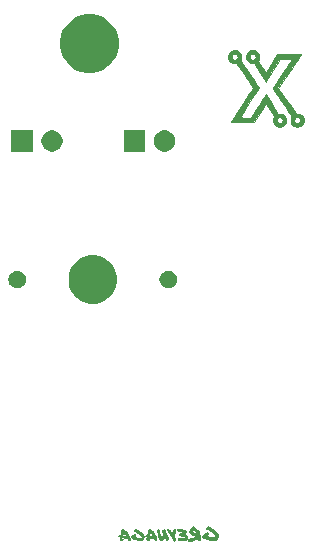
<source format=gbr>
G04 #@! TF.GenerationSoftware,KiCad,Pcbnew,5.1.4-e60b266~84~ubuntu18.04.1*
G04 #@! TF.CreationDate,2019-09-25T11:08:30-06:00*
G04 #@! TF.ProjectId,001,3030312e-6b69-4636-9164-5f7063625858,1*
G04 #@! TF.SameCoordinates,Original*
G04 #@! TF.FileFunction,Soldermask,Bot*
G04 #@! TF.FilePolarity,Negative*
%FSLAX46Y46*%
G04 Gerber Fmt 4.6, Leading zero omitted, Abs format (unit mm)*
G04 Created by KiCad (PCBNEW 5.1.4-e60b266~84~ubuntu18.04.1) date 2019-09-25 11:08:30*
%MOMM*%
%LPD*%
G04 APERTURE LIST*
%ADD10C,0.010000*%
%ADD11C,0.152400*%
G04 APERTURE END LIST*
D10*
G36*
X151104201Y-82486220D02*
G01*
X151232718Y-82532549D01*
X151347497Y-82609712D01*
X151442009Y-82716304D01*
X151504182Y-82835812D01*
X151530092Y-82948746D01*
X151532519Y-83076415D01*
X151512434Y-83200427D01*
X151480463Y-83285307D01*
X151436518Y-83369619D01*
X151753899Y-83873771D01*
X151849939Y-84025463D01*
X151926420Y-84144054D01*
X151985621Y-84232706D01*
X152029822Y-84294585D01*
X152061302Y-84332855D01*
X152082339Y-84350678D01*
X152095214Y-84351221D01*
X152096787Y-84349787D01*
X152113113Y-84326173D01*
X152149129Y-84270438D01*
X152202361Y-84186525D01*
X152270334Y-84078379D01*
X152350572Y-83949944D01*
X152440599Y-83805166D01*
X152537941Y-83647987D01*
X152582692Y-83575525D01*
X153043090Y-82829400D01*
X154057162Y-82829400D01*
X154259830Y-82829619D01*
X154448997Y-82830248D01*
X154620568Y-82831242D01*
X154770450Y-82832557D01*
X154894547Y-82834151D01*
X154988767Y-82835979D01*
X155049014Y-82837996D01*
X155071196Y-82840160D01*
X155071233Y-82840254D01*
X155059697Y-82859078D01*
X155026259Y-82910378D01*
X154972675Y-82991526D01*
X154900700Y-83099892D01*
X154812090Y-83232847D01*
X154708600Y-83387761D01*
X154591987Y-83562005D01*
X154464004Y-83752950D01*
X154326409Y-83957966D01*
X154180957Y-84174424D01*
X154108700Y-84281861D01*
X153146167Y-85712612D01*
X153280774Y-85906131D01*
X153320059Y-85962815D01*
X153380306Y-86050018D01*
X153458505Y-86163371D01*
X153551643Y-86298503D01*
X153656709Y-86451042D01*
X153770693Y-86616619D01*
X153890581Y-86790862D01*
X154012045Y-86967483D01*
X154608710Y-87835317D01*
X154771222Y-87847933D01*
X154896329Y-87864284D01*
X154993918Y-87895017D01*
X155077957Y-87946082D01*
X155147427Y-88008171D01*
X155234414Y-88117401D01*
X155285032Y-88238440D01*
X155302994Y-88380539D01*
X155303137Y-88396233D01*
X155283786Y-88552170D01*
X155227586Y-88691096D01*
X155137317Y-88808344D01*
X155015759Y-88899245D01*
X154997772Y-88908900D01*
X154904220Y-88941269D01*
X154790107Y-88958272D01*
X154674865Y-88958419D01*
X154580006Y-88940922D01*
X154442880Y-88874681D01*
X154332481Y-88779437D01*
X154251747Y-88661204D01*
X154203615Y-88525994D01*
X154191023Y-88379821D01*
X154193260Y-88366758D01*
X154504200Y-88366758D01*
X154508750Y-88462092D01*
X154531749Y-88523748D01*
X154590041Y-88594534D01*
X154670099Y-88637113D01*
X154760184Y-88649155D01*
X154848559Y-88628329D01*
X154898863Y-88596624D01*
X154963879Y-88519824D01*
X154993713Y-88435406D01*
X154992079Y-88350695D01*
X154962690Y-88273016D01*
X154909259Y-88209693D01*
X154835499Y-88168050D01*
X154745123Y-88155412D01*
X154680498Y-88165867D01*
X154593912Y-88209412D01*
X154533867Y-88279453D01*
X154504200Y-88366758D01*
X154193260Y-88366758D01*
X154216909Y-88228699D01*
X154222932Y-88209952D01*
X154243852Y-88138226D01*
X154254519Y-88080777D01*
X154252909Y-88051202D01*
X154238592Y-88029808D01*
X154202311Y-87976497D01*
X154146092Y-87894227D01*
X154071966Y-87785958D01*
X153981961Y-87654649D01*
X153878105Y-87503260D01*
X153762429Y-87334750D01*
X153636959Y-87152078D01*
X153503726Y-86958203D01*
X153446634Y-86875155D01*
X153306346Y-86670433D01*
X153175250Y-86477806D01*
X153055158Y-86300012D01*
X152947879Y-86139789D01*
X152855225Y-85999876D01*
X152779005Y-85883011D01*
X152721029Y-85791933D01*
X152683108Y-85729382D01*
X152667053Y-85698094D01*
X152666710Y-85695339D01*
X152680158Y-85673257D01*
X152715334Y-85619028D01*
X152770280Y-85535590D01*
X152843036Y-85425883D01*
X152931644Y-85292845D01*
X153034145Y-85139414D01*
X153148579Y-84968529D01*
X153272988Y-84783129D01*
X153405412Y-84586153D01*
X153482982Y-84470932D01*
X153618691Y-84269289D01*
X153747214Y-84078006D01*
X153866628Y-83899963D01*
X153975011Y-83738043D01*
X154070438Y-83595128D01*
X154150988Y-83474100D01*
X154214738Y-83377842D01*
X154259764Y-83309235D01*
X154284144Y-83271162D01*
X154288067Y-83264205D01*
X154267859Y-83261060D01*
X154211074Y-83258320D01*
X154123466Y-83256103D01*
X154010788Y-83254527D01*
X153878795Y-83253710D01*
X153774775Y-83253660D01*
X153261483Y-83254586D01*
X152680030Y-84197208D01*
X152568304Y-84378092D01*
X152463148Y-84547876D01*
X152366672Y-84703185D01*
X152280987Y-84840641D01*
X152208204Y-84956870D01*
X152150435Y-85048495D01*
X152109789Y-85112139D01*
X152088378Y-85144426D01*
X152085689Y-85147795D01*
X152072099Y-85132152D01*
X152038430Y-85084194D01*
X151987029Y-85007513D01*
X151920238Y-84905702D01*
X151840403Y-84782353D01*
X151749868Y-84641058D01*
X151650977Y-84485410D01*
X151580393Y-84373580D01*
X151087984Y-83591400D01*
X150968233Y-83591193D01*
X150823339Y-83572316D01*
X150696877Y-83520077D01*
X150591184Y-83440264D01*
X150508597Y-83338669D01*
X150451451Y-83221084D01*
X150422085Y-83093297D01*
X150422154Y-83081085D01*
X150734658Y-83081085D01*
X150745964Y-83129165D01*
X150776951Y-83175687D01*
X150784461Y-83184753D01*
X150846817Y-83238619D01*
X150920449Y-83273395D01*
X150989694Y-83282441D01*
X151007233Y-83279156D01*
X151050387Y-83265022D01*
X151096160Y-83248609D01*
X151165394Y-83202034D01*
X151211064Y-83129561D01*
X151228572Y-83043138D01*
X151213321Y-82954714D01*
X151211240Y-82949549D01*
X151156359Y-82864538D01*
X151080504Y-82808961D01*
X150992847Y-82785198D01*
X150902558Y-82795630D01*
X150818809Y-82842636D01*
X150814348Y-82846532D01*
X150769501Y-82896233D01*
X150746256Y-82953623D01*
X150737653Y-83011535D01*
X150734658Y-83081085D01*
X150422154Y-83081085D01*
X150422833Y-82961100D01*
X150456032Y-82830284D01*
X150524020Y-82706639D01*
X150583383Y-82637401D01*
X150701538Y-82546317D01*
X150832080Y-82491697D01*
X150968478Y-82472134D01*
X151104201Y-82486220D01*
X151104201Y-82486220D01*
G37*
X151104201Y-82486220D02*
X151232718Y-82532549D01*
X151347497Y-82609712D01*
X151442009Y-82716304D01*
X151504182Y-82835812D01*
X151530092Y-82948746D01*
X151532519Y-83076415D01*
X151512434Y-83200427D01*
X151480463Y-83285307D01*
X151436518Y-83369619D01*
X151753899Y-83873771D01*
X151849939Y-84025463D01*
X151926420Y-84144054D01*
X151985621Y-84232706D01*
X152029822Y-84294585D01*
X152061302Y-84332855D01*
X152082339Y-84350678D01*
X152095214Y-84351221D01*
X152096787Y-84349787D01*
X152113113Y-84326173D01*
X152149129Y-84270438D01*
X152202361Y-84186525D01*
X152270334Y-84078379D01*
X152350572Y-83949944D01*
X152440599Y-83805166D01*
X152537941Y-83647987D01*
X152582692Y-83575525D01*
X153043090Y-82829400D01*
X154057162Y-82829400D01*
X154259830Y-82829619D01*
X154448997Y-82830248D01*
X154620568Y-82831242D01*
X154770450Y-82832557D01*
X154894547Y-82834151D01*
X154988767Y-82835979D01*
X155049014Y-82837996D01*
X155071196Y-82840160D01*
X155071233Y-82840254D01*
X155059697Y-82859078D01*
X155026259Y-82910378D01*
X154972675Y-82991526D01*
X154900700Y-83099892D01*
X154812090Y-83232847D01*
X154708600Y-83387761D01*
X154591987Y-83562005D01*
X154464004Y-83752950D01*
X154326409Y-83957966D01*
X154180957Y-84174424D01*
X154108700Y-84281861D01*
X153146167Y-85712612D01*
X153280774Y-85906131D01*
X153320059Y-85962815D01*
X153380306Y-86050018D01*
X153458505Y-86163371D01*
X153551643Y-86298503D01*
X153656709Y-86451042D01*
X153770693Y-86616619D01*
X153890581Y-86790862D01*
X154012045Y-86967483D01*
X154608710Y-87835317D01*
X154771222Y-87847933D01*
X154896329Y-87864284D01*
X154993918Y-87895017D01*
X155077957Y-87946082D01*
X155147427Y-88008171D01*
X155234414Y-88117401D01*
X155285032Y-88238440D01*
X155302994Y-88380539D01*
X155303137Y-88396233D01*
X155283786Y-88552170D01*
X155227586Y-88691096D01*
X155137317Y-88808344D01*
X155015759Y-88899245D01*
X154997772Y-88908900D01*
X154904220Y-88941269D01*
X154790107Y-88958272D01*
X154674865Y-88958419D01*
X154580006Y-88940922D01*
X154442880Y-88874681D01*
X154332481Y-88779437D01*
X154251747Y-88661204D01*
X154203615Y-88525994D01*
X154191023Y-88379821D01*
X154193260Y-88366758D01*
X154504200Y-88366758D01*
X154508750Y-88462092D01*
X154531749Y-88523748D01*
X154590041Y-88594534D01*
X154670099Y-88637113D01*
X154760184Y-88649155D01*
X154848559Y-88628329D01*
X154898863Y-88596624D01*
X154963879Y-88519824D01*
X154993713Y-88435406D01*
X154992079Y-88350695D01*
X154962690Y-88273016D01*
X154909259Y-88209693D01*
X154835499Y-88168050D01*
X154745123Y-88155412D01*
X154680498Y-88165867D01*
X154593912Y-88209412D01*
X154533867Y-88279453D01*
X154504200Y-88366758D01*
X154193260Y-88366758D01*
X154216909Y-88228699D01*
X154222932Y-88209952D01*
X154243852Y-88138226D01*
X154254519Y-88080777D01*
X154252909Y-88051202D01*
X154238592Y-88029808D01*
X154202311Y-87976497D01*
X154146092Y-87894227D01*
X154071966Y-87785958D01*
X153981961Y-87654649D01*
X153878105Y-87503260D01*
X153762429Y-87334750D01*
X153636959Y-87152078D01*
X153503726Y-86958203D01*
X153446634Y-86875155D01*
X153306346Y-86670433D01*
X153175250Y-86477806D01*
X153055158Y-86300012D01*
X152947879Y-86139789D01*
X152855225Y-85999876D01*
X152779005Y-85883011D01*
X152721029Y-85791933D01*
X152683108Y-85729382D01*
X152667053Y-85698094D01*
X152666710Y-85695339D01*
X152680158Y-85673257D01*
X152715334Y-85619028D01*
X152770280Y-85535590D01*
X152843036Y-85425883D01*
X152931644Y-85292845D01*
X153034145Y-85139414D01*
X153148579Y-84968529D01*
X153272988Y-84783129D01*
X153405412Y-84586153D01*
X153482982Y-84470932D01*
X153618691Y-84269289D01*
X153747214Y-84078006D01*
X153866628Y-83899963D01*
X153975011Y-83738043D01*
X154070438Y-83595128D01*
X154150988Y-83474100D01*
X154214738Y-83377842D01*
X154259764Y-83309235D01*
X154284144Y-83271162D01*
X154288067Y-83264205D01*
X154267859Y-83261060D01*
X154211074Y-83258320D01*
X154123466Y-83256103D01*
X154010788Y-83254527D01*
X153878795Y-83253710D01*
X153774775Y-83253660D01*
X153261483Y-83254586D01*
X152680030Y-84197208D01*
X152568304Y-84378092D01*
X152463148Y-84547876D01*
X152366672Y-84703185D01*
X152280987Y-84840641D01*
X152208204Y-84956870D01*
X152150435Y-85048495D01*
X152109789Y-85112139D01*
X152088378Y-85144426D01*
X152085689Y-85147795D01*
X152072099Y-85132152D01*
X152038430Y-85084194D01*
X151987029Y-85007513D01*
X151920238Y-84905702D01*
X151840403Y-84782353D01*
X151749868Y-84641058D01*
X151650977Y-84485410D01*
X151580393Y-84373580D01*
X151087984Y-83591400D01*
X150968233Y-83591193D01*
X150823339Y-83572316D01*
X150696877Y-83520077D01*
X150591184Y-83440264D01*
X150508597Y-83338669D01*
X150451451Y-83221084D01*
X150422085Y-83093297D01*
X150422154Y-83081085D01*
X150734658Y-83081085D01*
X150745964Y-83129165D01*
X150776951Y-83175687D01*
X150784461Y-83184753D01*
X150846817Y-83238619D01*
X150920449Y-83273395D01*
X150989694Y-83282441D01*
X151007233Y-83279156D01*
X151050387Y-83265022D01*
X151096160Y-83248609D01*
X151165394Y-83202034D01*
X151211064Y-83129561D01*
X151228572Y-83043138D01*
X151213321Y-82954714D01*
X151211240Y-82949549D01*
X151156359Y-82864538D01*
X151080504Y-82808961D01*
X150992847Y-82785198D01*
X150902558Y-82795630D01*
X150818809Y-82842636D01*
X150814348Y-82846532D01*
X150769501Y-82896233D01*
X150746256Y-82953623D01*
X150737653Y-83011535D01*
X150734658Y-83081085D01*
X150422154Y-83081085D01*
X150422833Y-82961100D01*
X150456032Y-82830284D01*
X150524020Y-82706639D01*
X150583383Y-82637401D01*
X150701538Y-82546317D01*
X150832080Y-82491697D01*
X150968478Y-82472134D01*
X151104201Y-82486220D01*
G36*
X149613695Y-82497401D02*
G01*
X149744544Y-82556021D01*
X149859153Y-82649435D01*
X149943629Y-82762166D01*
X149974187Y-82820115D01*
X149991839Y-82874535D01*
X149999932Y-82940866D01*
X150001817Y-83030483D01*
X149997184Y-83144548D01*
X149982120Y-83228329D01*
X149963044Y-83277756D01*
X149924272Y-83355696D01*
X150712697Y-84492438D01*
X150848401Y-84688477D01*
X150976717Y-84874586D01*
X151095638Y-85047804D01*
X151203155Y-85205173D01*
X151297262Y-85343731D01*
X151375949Y-85460519D01*
X151437209Y-85552575D01*
X151479034Y-85616941D01*
X151499417Y-85650655D01*
X151501122Y-85654802D01*
X151489805Y-85676395D01*
X151457109Y-85730422D01*
X151404914Y-85813951D01*
X151335102Y-85924046D01*
X151249555Y-86057773D01*
X151150153Y-86212197D01*
X151038777Y-86384384D01*
X150917310Y-86571400D01*
X150787632Y-86770309D01*
X150704364Y-86897659D01*
X150570219Y-87102803D01*
X150442782Y-87298085D01*
X150323974Y-87480539D01*
X150215715Y-87647196D01*
X150119923Y-87795092D01*
X150038518Y-87921258D01*
X149973419Y-88022730D01*
X149926547Y-88096540D01*
X149899820Y-88139721D01*
X149894239Y-88149730D01*
X149893081Y-88160929D01*
X149902564Y-88169452D01*
X149927552Y-88175658D01*
X149972906Y-88179908D01*
X150043491Y-88182560D01*
X150144170Y-88183976D01*
X150279806Y-88184514D01*
X150365147Y-88184567D01*
X150849422Y-88184567D01*
X151445940Y-87226775D01*
X151560181Y-87043470D01*
X151668300Y-86870232D01*
X151768116Y-86710538D01*
X151857448Y-86567865D01*
X151934116Y-86445692D01*
X151995938Y-86347495D01*
X152040733Y-86276752D01*
X152066322Y-86236941D01*
X152070952Y-86230097D01*
X152079320Y-86223608D01*
X152091173Y-86225911D01*
X152108495Y-86239826D01*
X152133269Y-86268174D01*
X152167479Y-86313776D01*
X152213107Y-86379453D01*
X152272137Y-86468026D01*
X152346553Y-86582315D01*
X152438337Y-86725142D01*
X152549474Y-86899328D01*
X152625311Y-87018555D01*
X153151174Y-87845900D01*
X153269829Y-87846365D01*
X153417199Y-87866707D01*
X153549211Y-87923301D01*
X153660643Y-88011294D01*
X153746277Y-88125836D01*
X153800895Y-88262078D01*
X153816839Y-88354730D01*
X153810996Y-88502768D01*
X153769201Y-88637325D01*
X153696786Y-88754288D01*
X153599083Y-88849541D01*
X153481423Y-88918972D01*
X153349139Y-88958466D01*
X153207562Y-88963909D01*
X153067263Y-88933072D01*
X152956796Y-88875087D01*
X152854335Y-88787412D01*
X152772899Y-88682392D01*
X152743670Y-88626165D01*
X152709529Y-88502770D01*
X152705513Y-88418465D01*
X153018067Y-88418465D01*
X153024350Y-88481359D01*
X153049106Y-88531887D01*
X153092676Y-88580909D01*
X153140292Y-88624887D01*
X153179825Y-88645273D01*
X153230226Y-88648672D01*
X153276627Y-88645012D01*
X153352189Y-88632377D01*
X153404700Y-88606633D01*
X153445434Y-88567952D01*
X153493084Y-88486016D01*
X153506730Y-88393316D01*
X153485790Y-88303097D01*
X153459013Y-88258939D01*
X153399916Y-88204708D01*
X153326933Y-88166033D01*
X153255698Y-88149915D01*
X153222888Y-88153214D01*
X153121873Y-88195787D01*
X153056492Y-88259386D01*
X153023570Y-88348120D01*
X153018067Y-88418465D01*
X152705513Y-88418465D01*
X152703076Y-88367337D01*
X152723871Y-88236330D01*
X152756391Y-88152203D01*
X152800844Y-88066922D01*
X152459664Y-87529763D01*
X152373542Y-87395019D01*
X152294213Y-87272520D01*
X152224613Y-87166672D01*
X152167675Y-87081878D01*
X152126335Y-87022544D01*
X152103529Y-86993075D01*
X152100429Y-86990626D01*
X152085855Y-87007614D01*
X152051356Y-87057019D01*
X151999259Y-87135247D01*
X151931890Y-87238702D01*
X151851577Y-87363790D01*
X151760646Y-87506915D01*
X151661425Y-87664482D01*
X151581091Y-87792983D01*
X151079808Y-88597317D01*
X150163310Y-88588985D01*
X149968173Y-88586933D01*
X149784426Y-88584467D01*
X149616766Y-88581691D01*
X149469887Y-88578704D01*
X149348487Y-88575609D01*
X149257261Y-88572508D01*
X149200906Y-88569503D01*
X149185929Y-88567818D01*
X149125045Y-88554983D01*
X150066139Y-87116488D01*
X150211712Y-86893764D01*
X150350398Y-86681164D01*
X150480472Y-86481360D01*
X150600205Y-86297023D01*
X150707873Y-86130825D01*
X150801749Y-85985437D01*
X150880105Y-85863529D01*
X150941216Y-85767774D01*
X150983355Y-85700842D01*
X151004796Y-85665404D01*
X151007233Y-85660412D01*
X150995499Y-85640292D01*
X150961707Y-85588520D01*
X150907968Y-85508196D01*
X150836395Y-85402422D01*
X150749100Y-85274300D01*
X150648197Y-85126931D01*
X150535797Y-84963417D01*
X150414014Y-84786859D01*
X150298219Y-84619493D01*
X149589204Y-83596155D01*
X149454706Y-83595380D01*
X149324031Y-83583926D01*
X149215509Y-83547269D01*
X149113572Y-83479425D01*
X149081871Y-83452025D01*
X148981936Y-83337752D01*
X148920354Y-83208091D01*
X148896128Y-83082570D01*
X148897637Y-83042331D01*
X149207517Y-83042331D01*
X149223428Y-83129560D01*
X149268822Y-83206083D01*
X149339259Y-83259659D01*
X149414135Y-83288593D01*
X149479376Y-83290108D01*
X149553670Y-83266204D01*
X149633013Y-83212218D01*
X149680593Y-83131165D01*
X149694900Y-83035938D01*
X149679075Y-82936613D01*
X149629924Y-82862029D01*
X149567666Y-82818696D01*
X149469967Y-82789326D01*
X149372780Y-82802255D01*
X149337159Y-82817735D01*
X149264334Y-82876286D01*
X149221136Y-82954529D01*
X149207517Y-83042331D01*
X148897637Y-83042331D01*
X148901883Y-82929171D01*
X148946490Y-82790041D01*
X149027679Y-82669405D01*
X149143177Y-82571488D01*
X149183905Y-82547323D01*
X149327358Y-82491350D01*
X149472627Y-82475277D01*
X149613695Y-82497401D01*
X149613695Y-82497401D01*
G37*
X149613695Y-82497401D02*
X149744544Y-82556021D01*
X149859153Y-82649435D01*
X149943629Y-82762166D01*
X149974187Y-82820115D01*
X149991839Y-82874535D01*
X149999932Y-82940866D01*
X150001817Y-83030483D01*
X149997184Y-83144548D01*
X149982120Y-83228329D01*
X149963044Y-83277756D01*
X149924272Y-83355696D01*
X150712697Y-84492438D01*
X150848401Y-84688477D01*
X150976717Y-84874586D01*
X151095638Y-85047804D01*
X151203155Y-85205173D01*
X151297262Y-85343731D01*
X151375949Y-85460519D01*
X151437209Y-85552575D01*
X151479034Y-85616941D01*
X151499417Y-85650655D01*
X151501122Y-85654802D01*
X151489805Y-85676395D01*
X151457109Y-85730422D01*
X151404914Y-85813951D01*
X151335102Y-85924046D01*
X151249555Y-86057773D01*
X151150153Y-86212197D01*
X151038777Y-86384384D01*
X150917310Y-86571400D01*
X150787632Y-86770309D01*
X150704364Y-86897659D01*
X150570219Y-87102803D01*
X150442782Y-87298085D01*
X150323974Y-87480539D01*
X150215715Y-87647196D01*
X150119923Y-87795092D01*
X150038518Y-87921258D01*
X149973419Y-88022730D01*
X149926547Y-88096540D01*
X149899820Y-88139721D01*
X149894239Y-88149730D01*
X149893081Y-88160929D01*
X149902564Y-88169452D01*
X149927552Y-88175658D01*
X149972906Y-88179908D01*
X150043491Y-88182560D01*
X150144170Y-88183976D01*
X150279806Y-88184514D01*
X150365147Y-88184567D01*
X150849422Y-88184567D01*
X151445940Y-87226775D01*
X151560181Y-87043470D01*
X151668300Y-86870232D01*
X151768116Y-86710538D01*
X151857448Y-86567865D01*
X151934116Y-86445692D01*
X151995938Y-86347495D01*
X152040733Y-86276752D01*
X152066322Y-86236941D01*
X152070952Y-86230097D01*
X152079320Y-86223608D01*
X152091173Y-86225911D01*
X152108495Y-86239826D01*
X152133269Y-86268174D01*
X152167479Y-86313776D01*
X152213107Y-86379453D01*
X152272137Y-86468026D01*
X152346553Y-86582315D01*
X152438337Y-86725142D01*
X152549474Y-86899328D01*
X152625311Y-87018555D01*
X153151174Y-87845900D01*
X153269829Y-87846365D01*
X153417199Y-87866707D01*
X153549211Y-87923301D01*
X153660643Y-88011294D01*
X153746277Y-88125836D01*
X153800895Y-88262078D01*
X153816839Y-88354730D01*
X153810996Y-88502768D01*
X153769201Y-88637325D01*
X153696786Y-88754288D01*
X153599083Y-88849541D01*
X153481423Y-88918972D01*
X153349139Y-88958466D01*
X153207562Y-88963909D01*
X153067263Y-88933072D01*
X152956796Y-88875087D01*
X152854335Y-88787412D01*
X152772899Y-88682392D01*
X152743670Y-88626165D01*
X152709529Y-88502770D01*
X152705513Y-88418465D01*
X153018067Y-88418465D01*
X153024350Y-88481359D01*
X153049106Y-88531887D01*
X153092676Y-88580909D01*
X153140292Y-88624887D01*
X153179825Y-88645273D01*
X153230226Y-88648672D01*
X153276627Y-88645012D01*
X153352189Y-88632377D01*
X153404700Y-88606633D01*
X153445434Y-88567952D01*
X153493084Y-88486016D01*
X153506730Y-88393316D01*
X153485790Y-88303097D01*
X153459013Y-88258939D01*
X153399916Y-88204708D01*
X153326933Y-88166033D01*
X153255698Y-88149915D01*
X153222888Y-88153214D01*
X153121873Y-88195787D01*
X153056492Y-88259386D01*
X153023570Y-88348120D01*
X153018067Y-88418465D01*
X152705513Y-88418465D01*
X152703076Y-88367337D01*
X152723871Y-88236330D01*
X152756391Y-88152203D01*
X152800844Y-88066922D01*
X152459664Y-87529763D01*
X152373542Y-87395019D01*
X152294213Y-87272520D01*
X152224613Y-87166672D01*
X152167675Y-87081878D01*
X152126335Y-87022544D01*
X152103529Y-86993075D01*
X152100429Y-86990626D01*
X152085855Y-87007614D01*
X152051356Y-87057019D01*
X151999259Y-87135247D01*
X151931890Y-87238702D01*
X151851577Y-87363790D01*
X151760646Y-87506915D01*
X151661425Y-87664482D01*
X151581091Y-87792983D01*
X151079808Y-88597317D01*
X150163310Y-88588985D01*
X149968173Y-88586933D01*
X149784426Y-88584467D01*
X149616766Y-88581691D01*
X149469887Y-88578704D01*
X149348487Y-88575609D01*
X149257261Y-88572508D01*
X149200906Y-88569503D01*
X149185929Y-88567818D01*
X149125045Y-88554983D01*
X150066139Y-87116488D01*
X150211712Y-86893764D01*
X150350398Y-86681164D01*
X150480472Y-86481360D01*
X150600205Y-86297023D01*
X150707873Y-86130825D01*
X150801749Y-85985437D01*
X150880105Y-85863529D01*
X150941216Y-85767774D01*
X150983355Y-85700842D01*
X151004796Y-85665404D01*
X151007233Y-85660412D01*
X150995499Y-85640292D01*
X150961707Y-85588520D01*
X150907968Y-85508196D01*
X150836395Y-85402422D01*
X150749100Y-85274300D01*
X150648197Y-85126931D01*
X150535797Y-84963417D01*
X150414014Y-84786859D01*
X150298219Y-84619493D01*
X149589204Y-83596155D01*
X149454706Y-83595380D01*
X149324031Y-83583926D01*
X149215509Y-83547269D01*
X149113572Y-83479425D01*
X149081871Y-83452025D01*
X148981936Y-83337752D01*
X148920354Y-83208091D01*
X148896128Y-83082570D01*
X148897637Y-83042331D01*
X149207517Y-83042331D01*
X149223428Y-83129560D01*
X149268822Y-83206083D01*
X149339259Y-83259659D01*
X149414135Y-83288593D01*
X149479376Y-83290108D01*
X149553670Y-83266204D01*
X149633013Y-83212218D01*
X149680593Y-83131165D01*
X149694900Y-83035938D01*
X149679075Y-82936613D01*
X149629924Y-82862029D01*
X149567666Y-82818696D01*
X149469967Y-82789326D01*
X149372780Y-82802255D01*
X149337159Y-82817735D01*
X149264334Y-82876286D01*
X149221136Y-82954529D01*
X149207517Y-83042331D01*
X148897637Y-83042331D01*
X148901883Y-82929171D01*
X148946490Y-82790041D01*
X149027679Y-82669405D01*
X149143177Y-82571488D01*
X149183905Y-82547323D01*
X149327358Y-82491350D01*
X149472627Y-82475277D01*
X149613695Y-82497401D01*
D11*
G36*
X148139399Y-123636371D02*
G01*
X148134199Y-123601921D01*
X148132499Y-123562301D01*
X148011920Y-123352149D01*
X147848278Y-123179894D01*
X147824168Y-123155774D01*
X147805218Y-123129934D01*
X147782828Y-123109264D01*
X147751818Y-123095484D01*
X147648466Y-123004184D01*
X147522720Y-122924944D01*
X147391806Y-122847434D01*
X147271228Y-122761304D01*
X147241948Y-122769904D01*
X147217828Y-122768204D01*
X147178208Y-122814714D01*
X147126528Y-122840554D01*
X147076578Y-122871564D01*
X147040408Y-122919794D01*
X147052468Y-122928394D01*
X147047268Y-122947344D01*
X147043868Y-122966294D01*
X147059368Y-122974894D01*
X147047308Y-122986954D01*
X147035248Y-122999014D01*
X147040448Y-123016234D01*
X147040448Y-123035184D01*
X147133468Y-123088584D01*
X147240266Y-123140264D01*
X147353954Y-123200554D01*
X147467642Y-123272904D01*
X147583053Y-123364204D01*
X147693296Y-123471003D01*
X147793206Y-123586414D01*
X147872446Y-123701825D01*
X147863846Y-123717325D01*
X147853516Y-123732825D01*
X147731215Y-123732825D01*
X147617527Y-123739725D01*
X147608927Y-123725945D01*
X147598587Y-123713885D01*
X147379823Y-123675985D01*
X147173117Y-123620865D01*
X147228237Y-123601915D01*
X147228237Y-123584685D01*
X147209287Y-123567465D01*
X147255797Y-123526125D01*
X147276467Y-123458945D01*
X147264407Y-123434834D01*
X147276467Y-123412444D01*
X147286807Y-123412444D01*
X147290207Y-123419344D01*
X147293607Y-123426244D01*
X147302207Y-123426244D01*
X147293607Y-123395234D01*
X147283267Y-123365954D01*
X147140296Y-123271214D01*
X147085176Y-123307384D01*
X147016276Y-123345284D01*
X146942206Y-123384904D01*
X146871586Y-123422804D01*
X146818186Y-123457255D01*
X146775126Y-123498595D01*
X146733786Y-123539935D01*
X146683836Y-123574384D01*
X146680436Y-123619175D01*
X146677036Y-123660515D01*
X146756276Y-123760425D01*
X146861351Y-123829325D01*
X146983652Y-123879275D01*
X147118011Y-123917175D01*
X147257537Y-123955075D01*
X147393618Y-123999865D01*
X147443568Y-124001565D01*
X147483188Y-124006765D01*
X147521088Y-124013665D01*
X147562428Y-124018865D01*
X147574488Y-124022265D01*
X147581388Y-124030865D01*
X147643398Y-124036065D01*
X147689908Y-124036065D01*
X147739858Y-124042965D01*
X147788088Y-124048165D01*
X148030967Y-123937922D01*
X148127427Y-123653701D01*
X148130827Y-123643371D01*
X148139427Y-123636471D01*
X148139399Y-123636371D01*
X148139399Y-123636371D01*
G37*
G36*
X146604264Y-123904743D02*
G01*
X146180693Y-123295105D01*
X146209973Y-123374345D01*
X146058389Y-123334725D01*
X145908527Y-123272715D01*
X145953317Y-123171085D01*
X146029107Y-123117685D01*
X146029113Y-123117685D01*
X146079063Y-123177975D01*
X146134183Y-123233095D01*
X146180693Y-123295105D01*
X146604264Y-123904743D01*
X146619764Y-123892683D01*
X146635264Y-123863403D01*
X146616314Y-123863403D01*
X146623214Y-123794503D01*
X146607714Y-123732493D01*
X146593934Y-123673923D01*
X146599134Y-123613633D01*
X146587074Y-123610233D01*
X146580174Y-123586113D01*
X146578474Y-123555103D01*
X146580174Y-123527543D01*
X146545724Y-123417299D01*
X146521604Y-123305334D01*
X146499214Y-123196813D01*
X146464764Y-123096903D01*
X146414814Y-123103803D01*
X146378644Y-123126193D01*
X146283904Y-123026283D01*
X146201224Y-122912595D01*
X146104764Y-122812685D01*
X145972127Y-122761005D01*
X145879107Y-122824735D01*
X145794697Y-122907415D01*
X145768857Y-122926365D01*
X145741297Y-122943595D01*
X145741297Y-122969435D01*
X145701677Y-123022835D01*
X145672397Y-123086565D01*
X145646557Y-123153745D01*
X145618997Y-123217475D01*
X145622397Y-123236425D01*
X145618997Y-123251925D01*
X145613797Y-123269145D01*
X145612097Y-123291535D01*
X145672387Y-123439674D01*
X145799856Y-123530975D01*
X145958330Y-123591265D01*
X146111637Y-123644665D01*
X146104737Y-123651565D01*
X146099537Y-123661895D01*
X146020297Y-123711845D01*
X145966897Y-123744575D01*
X145911777Y-123765245D01*
X145827367Y-123785915D01*
X145744687Y-123806585D01*
X145689567Y-123818645D01*
X145637887Y-123825545D01*
X145563817Y-123834145D01*
X145532807Y-123878935D01*
X145515577Y-123930615D01*
X145513877Y-123980565D01*
X145527657Y-124016735D01*
X145519057Y-124023635D01*
X145501837Y-124023635D01*
X145522507Y-124044305D01*
X145539737Y-124068425D01*
X145560407Y-124090815D01*
X145587967Y-124102875D01*
X145746442Y-124104575D01*
X145992766Y-124025335D01*
X146113344Y-123975385D01*
X146194304Y-123932325D01*
X146258034Y-123885815D01*
X146325214Y-123825525D01*
X146332114Y-123832425D01*
X146337314Y-123839325D01*
X146364874Y-123951289D01*
X146416554Y-124039140D01*
X146454454Y-124044340D01*
X146476844Y-124063290D01*
X146502684Y-124061590D01*
X146518184Y-124052990D01*
X146533684Y-124042650D01*
X146561244Y-124039250D01*
X146571584Y-124009970D01*
X146599144Y-123996190D01*
X146595744Y-123970350D01*
X146600944Y-123949679D01*
X146607844Y-123929010D01*
X146604444Y-123904890D01*
X146604264Y-123904743D01*
X146604264Y-123904743D01*
G37*
G36*
X144550986Y-123083087D02*
G01*
X144550986Y-123102037D01*
X144552686Y-123112367D01*
X144552686Y-123124427D01*
X144549286Y-123141657D01*
X144633696Y-123222617D01*
X144735326Y-123253627D01*
X144849014Y-123272577D01*
X144962702Y-123317367D01*
X145004042Y-123317367D01*
X145055722Y-123322567D01*
X145081562Y-123338067D01*
X145112572Y-123346667D01*
X145107372Y-123379398D01*
X145102172Y-123405237D01*
X144969535Y-123403537D01*
X144824841Y-123394937D01*
X144826541Y-123406997D01*
X144828241Y-123415597D01*
X144804121Y-123437987D01*
X144780001Y-123462108D01*
X144755881Y-123482778D01*
X144724871Y-123487978D01*
X144716271Y-123518988D01*
X144719671Y-123551718D01*
X144774791Y-123591338D01*
X144833361Y-123625788D01*
X144897091Y-123651628D01*
X144971161Y-123658528D01*
X144984941Y-123658528D01*
X144995281Y-123653328D01*
X145034901Y-123658528D01*
X145072801Y-123663728D01*
X145119311Y-123656828D01*
X145165821Y-123649928D01*
X145215771Y-123727438D01*
X145255391Y-123815288D01*
X145158931Y-123822188D01*
X145084861Y-123816988D01*
X145014241Y-123808388D01*
X144922941Y-123804988D01*
X144841981Y-123780868D01*
X144754131Y-123760198D01*
X144730011Y-123779148D01*
X144711061Y-123803268D01*
X144690391Y-123822218D01*
X144664551Y-123829118D01*
X144655951Y-123846348D01*
X144650751Y-123863568D01*
X144645551Y-123879068D01*
X144630051Y-123882468D01*
X144690341Y-123970318D01*
X144766131Y-124015108D01*
X144862591Y-124039218D01*
X144978002Y-124059888D01*
X145003842Y-124058188D01*
X145027962Y-124054788D01*
X145122702Y-124070288D01*
X145234668Y-124075488D01*
X145343188Y-124059988D01*
X145427588Y-124015198D01*
X145446538Y-123987638D01*
X145468928Y-123961798D01*
X145475828Y-123911848D01*
X145486158Y-123855008D01*
X145494758Y-123794718D01*
X145491358Y-123741318D01*
X145470688Y-123694808D01*
X145458628Y-123650018D01*
X145448288Y-123641418D01*
X145434508Y-123634518D01*
X145412118Y-123575948D01*
X145387998Y-123522548D01*
X145362158Y-123470868D01*
X145336318Y-123410577D01*
X145372488Y-123362347D01*
X145387988Y-123308947D01*
X145396588Y-123253827D01*
X145408648Y-123195257D01*
X145367308Y-123153917D01*
X145312188Y-123126357D01*
X145248448Y-123109127D01*
X145176098Y-123093627D01*
X145053797Y-123059177D01*
X144946999Y-123040227D01*
X144836756Y-123024727D01*
X144707565Y-123004057D01*
X144678285Y-123019557D01*
X144662785Y-123010957D01*
X144654185Y-123000627D01*
X144611125Y-123050577D01*
X144550835Y-123083307D01*
X144550986Y-123083087D01*
X144550986Y-123083087D01*
G37*
G36*
X144041112Y-123601575D02*
G01*
X144061782Y-123627415D01*
X144079012Y-123656695D01*
X144097962Y-123692865D01*
X144123802Y-123723875D01*
X144141032Y-123765215D01*
X144168592Y-123797945D01*
X144249552Y-123947807D01*
X144259892Y-123978817D01*
X144275392Y-124006377D01*
X144282292Y-124018437D01*
X144287492Y-124027037D01*
X144290892Y-124044267D01*
X144309842Y-124068387D01*
X144328792Y-124087337D01*
X144340852Y-124101117D01*
X144366692Y-124111447D01*
X144519998Y-123977089D01*
X144518298Y-123959859D01*
X144513098Y-123942639D01*
X144506198Y-123921969D01*
X144490698Y-123873739D01*
X144461418Y-123830679D01*
X144445918Y-123792779D01*
X144404578Y-123711819D01*
X144366678Y-123646359D01*
X144344288Y-123608459D01*
X144385628Y-123558509D01*
X144425248Y-123475829D01*
X144449368Y-123405208D01*
X144454568Y-123367308D01*
X144461468Y-123334578D01*
X144470068Y-123296678D01*
X144473468Y-123257058D01*
X144483798Y-123232938D01*
X144480398Y-123215708D01*
X144478698Y-123184698D01*
X144487298Y-123143358D01*
X144495898Y-123105458D01*
X144497598Y-123064118D01*
X144487258Y-123026218D01*
X144454528Y-122993488D01*
X144425248Y-122991788D01*
X144395968Y-123009018D01*
X144366688Y-123024518D01*
X144330518Y-123041748D01*
X144294348Y-123064138D01*
X144282288Y-123088258D01*
X144259898Y-123107208D01*
X144259898Y-123126158D01*
X144258198Y-123145108D01*
X144251298Y-123172668D01*
X144244398Y-123193339D01*
X144239198Y-123239848D01*
X144228868Y-123279468D01*
X144218538Y-123319088D01*
X144216838Y-123363878D01*
X144199608Y-123351818D01*
X144192708Y-123346618D01*
X144185808Y-123341418D01*
X144084178Y-123203614D01*
X144087578Y-123186384D01*
X144051408Y-123151934D01*
X144025568Y-123126094D01*
X144003178Y-123100254D01*
X143984228Y-123086474D01*
X143827476Y-122979676D01*
X143803356Y-122976276D01*
X143796456Y-122998666D01*
X143768896Y-123033116D01*
X143722386Y-123062396D01*
X143706886Y-123072736D01*
X143698286Y-123098576D01*
X143699986Y-123114076D01*
X143693086Y-123131306D01*
X143727536Y-123191596D01*
X143765436Y-123226046D01*
X143794716Y-123251886D01*
X143813666Y-123279446D01*
X143825726Y-123293226D01*
X143872236Y-123348346D01*
X143877436Y-123369016D01*
X143898106Y-123369016D01*
X143906706Y-123375916D01*
X143923936Y-123405196D01*
X143941156Y-123427586D01*
X143949756Y-123436187D01*
X143954956Y-123449967D01*
X143960156Y-123463747D01*
X143987716Y-123498197D01*
X143999776Y-123522317D01*
X144013556Y-123549877D01*
X144032506Y-123575717D01*
X144041112Y-123601575D01*
X144041112Y-123601575D01*
G37*
G36*
X143532960Y-123739379D02*
G01*
X143555350Y-123758329D01*
X143569130Y-123787609D01*
X143581190Y-123816889D01*
X143598420Y-123828949D01*
X143608750Y-123853069D01*
X143622530Y-123875459D01*
X143632860Y-123899579D01*
X143629460Y-123928859D01*
X143646680Y-123958139D01*
X143655280Y-123994309D01*
X143669060Y-124023589D01*
X143706960Y-124033929D01*
X143708660Y-124042529D01*
X143703460Y-124054589D01*
X143732740Y-124056289D01*
X143755130Y-124064889D01*
X143810250Y-124028719D01*
X143848150Y-123971879D01*
X143877430Y-123906419D01*
X143901550Y-123849579D01*
X143899850Y-123813409D01*
X143911910Y-123782399D01*
X143890570Y-123737239D01*
X143868740Y-123691319D01*
X143846430Y-123644649D01*
X143823630Y-123597229D01*
X143800350Y-123549049D01*
X143776580Y-123500119D01*
X143752330Y-123450429D01*
X143727590Y-123399988D01*
X143702770Y-123349248D01*
X143678280Y-123298678D01*
X143654110Y-123248268D01*
X143630260Y-123198018D01*
X143606740Y-123147928D01*
X143583540Y-123097998D01*
X143560660Y-123048228D01*
X143538110Y-122998628D01*
X143460600Y-123034798D01*
X143389980Y-123079588D01*
X143334860Y-123139878D01*
X143305580Y-123213948D01*
X143314180Y-123222548D01*
X143321080Y-123224248D01*
X143314180Y-123236308D01*
X143314180Y-123243208D01*
X143314180Y-123253548D01*
X143308980Y-123269048D01*
X143319310Y-123270748D01*
X143329650Y-123270748D01*
X143326250Y-123301758D01*
X143333150Y-123324148D01*
X143341750Y-123344818D01*
X143340050Y-123372378D01*
X143348650Y-123375778D01*
X143352050Y-123380979D01*
X143357250Y-123386178D01*
X143364150Y-123386178D01*
X143360750Y-123461969D01*
X143364150Y-123539479D01*
X143362450Y-123620439D01*
X143350390Y-123706569D01*
X143252210Y-123613549D01*
X143191920Y-123486080D01*
X143155750Y-123334495D01*
X143129910Y-123169130D01*
X143105790Y-123131230D01*
X143090290Y-123084720D01*
X143076510Y-123034770D01*
X143059280Y-122988260D01*
X143016220Y-123005490D01*
X142981770Y-123033050D01*
X142949040Y-123060610D01*
X142905980Y-123076110D01*
X142868080Y-123132950D01*
X142845690Y-123191520D01*
X142859470Y-123222530D01*
X142868070Y-123256980D01*
X142881850Y-123289710D01*
X142905970Y-123313830D01*
X142919750Y-123396510D01*
X142935250Y-123468861D01*
X142947310Y-123544651D01*
X142950710Y-123629051D01*
X142979990Y-123713451D01*
X143004110Y-123794411D01*
X143047170Y-123847811D01*
X143079900Y-123909821D01*
X143088500Y-123913221D01*
X143100560Y-123908021D01*
X143100560Y-123918361D01*
X143105760Y-123925261D01*
X143109160Y-123932161D01*
X143105760Y-123945941D01*
X143148820Y-123975221D01*
X143190160Y-124009671D01*
X143241840Y-124030341D01*
X143319350Y-124018281D01*
X143445096Y-123899425D01*
X143532946Y-123739228D01*
X143532960Y-123739379D01*
X143532960Y-123739379D01*
G37*
G36*
X141979222Y-123908189D02*
G01*
X142477038Y-123610188D01*
X142384018Y-123603288D01*
X142289278Y-123587788D01*
X142315118Y-123480990D01*
X142344398Y-123369023D01*
X142354728Y-123386253D01*
X142421908Y-123467214D01*
X142475308Y-123551624D01*
X142495978Y-123582634D01*
X142514928Y-123613644D01*
X142495978Y-123611944D01*
X142477028Y-123610244D01*
X142477038Y-123610188D01*
X141979222Y-123908189D01*
X142010232Y-123968479D01*
X142056742Y-124021879D01*
X142115312Y-124059779D01*
X142184212Y-124077009D01*
X142215222Y-124064949D01*
X142230722Y-124054619D01*
X142241062Y-124049419D01*
X142247962Y-124044219D01*
X142268632Y-124035619D01*
X142261732Y-124013229D01*
X142263432Y-123992559D01*
X142284102Y-123970169D01*
X142294442Y-123959829D01*
X142303042Y-123949498D01*
X142332322Y-123916769D01*
X142285812Y-123904709D01*
X142228962Y-123873699D01*
X142216902Y-123809959D01*
X142275472Y-123808259D01*
X142321982Y-123820319D01*
X142385712Y-123835819D01*
X142454612Y-123841019D01*
X142480452Y-123841019D01*
X142506292Y-123837619D01*
X142523512Y-123834219D01*
X142530412Y-123813549D01*
X142537312Y-123806649D01*
X142556262Y-123784259D01*
X142559662Y-123746359D01*
X142569992Y-123715349D01*
X142585492Y-123758409D01*
X142592392Y-123775639D01*
X142609622Y-123779039D01*
X142614822Y-123787639D01*
X142616522Y-123796239D01*
X142625122Y-123825519D01*
X142632022Y-123832419D01*
X142638922Y-123837619D01*
X142647522Y-123868629D01*
X142657862Y-123897909D01*
X142673362Y-123942699D01*
X142676762Y-123984039D01*
X142683662Y-124002989D01*
X142702612Y-124020219D01*
X142723282Y-124030549D01*
X142733622Y-124037449D01*
X142742222Y-124040849D01*
X142747422Y-124059799D01*
X142768092Y-124063199D01*
X142795652Y-124068399D01*
X142812882Y-124070099D01*
X142830112Y-124068399D01*
X142859392Y-124044279D01*
X142883512Y-124025329D01*
X142900732Y-123994319D01*
X142904132Y-123975369D01*
X142907532Y-123958139D01*
X142912732Y-123947809D01*
X142935122Y-123927139D01*
X142916172Y-123911639D01*
X142914472Y-123882359D01*
X142842122Y-123713550D01*
X142761162Y-123548185D01*
X142735322Y-123493065D01*
X142707762Y-123437944D01*
X142709462Y-123425884D01*
X142706062Y-123410384D01*
X142675052Y-123358704D01*
X142650932Y-123310474D01*
X142623372Y-123253634D01*
X142585472Y-123196794D01*
X142557912Y-123184735D01*
X142545852Y-123181334D01*
X142530352Y-123177934D01*
X142504512Y-123181334D01*
X142420112Y-123119324D01*
X142346042Y-123021134D01*
X142328812Y-122997024D01*
X142306422Y-123010804D01*
X142282302Y-123021134D01*
X142249572Y-123029734D01*
X142191002Y-123045234D01*
X142146212Y-123071074D01*
X142134152Y-123112414D01*
X142128952Y-123139974D01*
X142120352Y-123198544D01*
X142113452Y-123264004D01*
X142099672Y-123322574D01*
X142087612Y-123379414D01*
X142070392Y-123460375D01*
X142048002Y-123532725D01*
X142030772Y-123534425D01*
X142013552Y-123529225D01*
X141991162Y-123525825D01*
X141972212Y-123524125D01*
X141965312Y-123541355D01*
X141948082Y-123558585D01*
X141915352Y-123568925D01*
X141896402Y-123584425D01*
X141882622Y-123594765D01*
X141856782Y-123605095D01*
X141870562Y-123630935D01*
X141920512Y-123691225D01*
X141991132Y-123737735D01*
X141989432Y-123758405D01*
X141984232Y-123777355D01*
X141975632Y-123837645D01*
X141975632Y-123901375D01*
X141979222Y-123908189D01*
X141979222Y-123908189D01*
G37*
G36*
X140642524Y-123742824D02*
G01*
X140751045Y-123858235D01*
X140899184Y-123925415D01*
X141069716Y-123971925D01*
X141240249Y-124025325D01*
X141283309Y-124027025D01*
X141317759Y-124032225D01*
X141348769Y-124037425D01*
X141383219Y-124040825D01*
X141391819Y-124044225D01*
X141397019Y-124051125D01*
X141450419Y-124056325D01*
X141488319Y-124056325D01*
X141531379Y-124061525D01*
X141569279Y-124066725D01*
X141772540Y-123975425D01*
X141853500Y-123737713D01*
X141856900Y-123727383D01*
X141863800Y-123722183D01*
X141860400Y-123692903D01*
X141858700Y-123661893D01*
X141757070Y-123486193D01*
X141620989Y-123341498D01*
X141600319Y-123320828D01*
X141584819Y-123300158D01*
X141565869Y-123282928D01*
X141540029Y-123270868D01*
X141453899Y-123195078D01*
X141348824Y-123129618D01*
X141240304Y-123065888D01*
X141140394Y-122993538D01*
X141112834Y-122998738D01*
X141093884Y-122998738D01*
X141061154Y-123034908D01*
X141018094Y-123057298D01*
X140976754Y-123083138D01*
X140947474Y-123124478D01*
X140957814Y-123133078D01*
X140952614Y-123148578D01*
X140950914Y-123164078D01*
X140962974Y-123170978D01*
X140952644Y-123181318D01*
X140942304Y-123189918D01*
X140947504Y-123203698D01*
X140947504Y-123220928D01*
X141025024Y-123263988D01*
X141112874Y-123308778D01*
X141207614Y-123358728D01*
X141302354Y-123419018D01*
X141397094Y-123496539D01*
X141490114Y-123584389D01*
X141574524Y-123680849D01*
X141641704Y-123777309D01*
X141634804Y-123791089D01*
X141626204Y-123803149D01*
X141524574Y-123803149D01*
X141428114Y-123808349D01*
X141421214Y-123798009D01*
X141412614Y-123787669D01*
X141230024Y-123756659D01*
X141057769Y-123710149D01*
X141083609Y-123701549D01*
X141104279Y-123692949D01*
X141104279Y-123679169D01*
X141087049Y-123665389D01*
X141126669Y-123630939D01*
X141143899Y-123575819D01*
X141133569Y-123555149D01*
X141143899Y-123536199D01*
X141152499Y-123536199D01*
X141155899Y-123541399D01*
X141157599Y-123548299D01*
X141166199Y-123546599D01*
X141159299Y-123520759D01*
X141148959Y-123496649D01*
X141030104Y-123417408D01*
X140983594Y-123448419D01*
X140926754Y-123481149D01*
X140864744Y-123513879D01*
X140804454Y-123544889D01*
X140761394Y-123572449D01*
X140725224Y-123608619D01*
X140690774Y-123643069D01*
X140647714Y-123672349D01*
X140646014Y-123708519D01*
X140642614Y-123742969D01*
X140642524Y-123742824D01*
X140642524Y-123742824D01*
G37*
G36*
X139714223Y-123896496D02*
G01*
X140208439Y-123591681D01*
X140115419Y-123584781D01*
X140020679Y-123569280D01*
X140046519Y-123462483D01*
X140075799Y-123350516D01*
X140086139Y-123367746D01*
X140153319Y-123448707D01*
X140206719Y-123533117D01*
X140227389Y-123564127D01*
X140246339Y-123595137D01*
X140227389Y-123593437D01*
X140208439Y-123591737D01*
X140208439Y-123591681D01*
X139714223Y-123896496D01*
X139745233Y-123956786D01*
X139791743Y-124010186D01*
X139850313Y-124048086D01*
X139919213Y-124065316D01*
X139950223Y-124053256D01*
X139965723Y-124042926D01*
X139976063Y-124037726D01*
X139982963Y-124032526D01*
X140003633Y-124023926D01*
X139996733Y-124001536D01*
X139998433Y-123980866D01*
X140019103Y-123958476D01*
X140029443Y-123948135D01*
X140038043Y-123937806D01*
X140067323Y-123905076D01*
X140020813Y-123893016D01*
X139963963Y-123862006D01*
X139951903Y-123798266D01*
X140010473Y-123796566D01*
X140056983Y-123808626D01*
X140120713Y-123824126D01*
X140189613Y-123829326D01*
X140215453Y-123829326D01*
X140241293Y-123825926D01*
X140258513Y-123822526D01*
X140265413Y-123801856D01*
X140272313Y-123794956D01*
X140291263Y-123772566D01*
X140294663Y-123734666D01*
X140304993Y-123703655D01*
X140320493Y-123746716D01*
X140327393Y-123763946D01*
X140344623Y-123767346D01*
X140349823Y-123775946D01*
X140351523Y-123784546D01*
X140360123Y-123813826D01*
X140367023Y-123820726D01*
X140373923Y-123825926D01*
X140382523Y-123856936D01*
X140392863Y-123886216D01*
X140408363Y-123931006D01*
X140411763Y-123972346D01*
X140418663Y-123991296D01*
X140437613Y-124008526D01*
X140458283Y-124018856D01*
X140468623Y-124025756D01*
X140477223Y-124029156D01*
X140482423Y-124048106D01*
X140503093Y-124051506D01*
X140530653Y-124056706D01*
X140547883Y-124058406D01*
X140565113Y-124056706D01*
X140594393Y-124032586D01*
X140618513Y-124013636D01*
X140635733Y-123982626D01*
X140639133Y-123963675D01*
X140642533Y-123946446D01*
X140647733Y-123936116D01*
X140670123Y-123915446D01*
X140651173Y-123899946D01*
X140649473Y-123870666D01*
X140577123Y-123701857D01*
X140496163Y-123536492D01*
X140470323Y-123481372D01*
X140442763Y-123426251D01*
X140444463Y-123414191D01*
X140441063Y-123398691D01*
X140410053Y-123347011D01*
X140385933Y-123298781D01*
X140358373Y-123241941D01*
X140320473Y-123185102D01*
X140292913Y-123173041D01*
X140280853Y-123169641D01*
X140265353Y-123166241D01*
X140239513Y-123169641D01*
X140155113Y-123107631D01*
X140081043Y-123009441D01*
X140063813Y-122985331D01*
X140041423Y-122999111D01*
X140017303Y-123009441D01*
X139984573Y-123018041D01*
X139926003Y-123033541D01*
X139881213Y-123059381D01*
X139869153Y-123100721D01*
X139863953Y-123128281D01*
X139855353Y-123186851D01*
X139848453Y-123252311D01*
X139834673Y-123310881D01*
X139822613Y-123367721D01*
X139805383Y-123448682D01*
X139782993Y-123521032D01*
X139765763Y-123522732D01*
X139748543Y-123517532D01*
X139726153Y-123514132D01*
X139707203Y-123512432D01*
X139700303Y-123529662D01*
X139683073Y-123546892D01*
X139650343Y-123557232D01*
X139631393Y-123572732D01*
X139617613Y-123583072D01*
X139591773Y-123593402D01*
X139605553Y-123619242D01*
X139655503Y-123679532D01*
X139726123Y-123726042D01*
X139724423Y-123746712D01*
X139719223Y-123765662D01*
X139710623Y-123825952D01*
X139710623Y-123889682D01*
X139714223Y-123896496D01*
X139714223Y-123896496D01*
G37*
G36*
X138036797Y-99932811D02*
G01*
X138410019Y-100087404D01*
X138745910Y-100311840D01*
X139031560Y-100597490D01*
X139255996Y-100933381D01*
X139410589Y-101306603D01*
X139489400Y-101702814D01*
X139489400Y-102106786D01*
X139410589Y-102502997D01*
X139255996Y-102876219D01*
X139031560Y-103212110D01*
X138745910Y-103497760D01*
X138410019Y-103722196D01*
X138036797Y-103876789D01*
X137640586Y-103955600D01*
X137236614Y-103955600D01*
X136840403Y-103876789D01*
X136467181Y-103722196D01*
X136131290Y-103497760D01*
X135845640Y-103212110D01*
X135621204Y-102876219D01*
X135466611Y-102502997D01*
X135387800Y-102106786D01*
X135387800Y-101702814D01*
X135466611Y-101306603D01*
X135621204Y-100933381D01*
X135845640Y-100597490D01*
X136131290Y-100311840D01*
X136467181Y-100087404D01*
X136840403Y-99932811D01*
X137236614Y-99854000D01*
X137640586Y-99854000D01*
X138036797Y-99932811D01*
X138036797Y-99932811D01*
G37*
G36*
X144057601Y-101182853D02*
G01*
X144194238Y-101239449D01*
X144317209Y-101321616D01*
X144421784Y-101426191D01*
X144503951Y-101549162D01*
X144560547Y-101685799D01*
X144589400Y-101830852D01*
X144589400Y-101978748D01*
X144560547Y-102123801D01*
X144503951Y-102260438D01*
X144421784Y-102383409D01*
X144317209Y-102487984D01*
X144194238Y-102570151D01*
X144057601Y-102626747D01*
X143912548Y-102655600D01*
X143764652Y-102655600D01*
X143619599Y-102626747D01*
X143482962Y-102570151D01*
X143359991Y-102487984D01*
X143255416Y-102383409D01*
X143173249Y-102260438D01*
X143116653Y-102123801D01*
X143087800Y-101978748D01*
X143087800Y-101830852D01*
X143116653Y-101685799D01*
X143173249Y-101549162D01*
X143255416Y-101426191D01*
X143359991Y-101321616D01*
X143482962Y-101239449D01*
X143619599Y-101182853D01*
X143764652Y-101154000D01*
X143912548Y-101154000D01*
X144057601Y-101182853D01*
X144057601Y-101182853D01*
G37*
G36*
X131257601Y-101182853D02*
G01*
X131394238Y-101239449D01*
X131517209Y-101321616D01*
X131621784Y-101426191D01*
X131703951Y-101549162D01*
X131760547Y-101685799D01*
X131789400Y-101830852D01*
X131789400Y-101978748D01*
X131760547Y-102123801D01*
X131703951Y-102260438D01*
X131621784Y-102383409D01*
X131517209Y-102487984D01*
X131394238Y-102570151D01*
X131257601Y-102626747D01*
X131112548Y-102655600D01*
X130964652Y-102655600D01*
X130819599Y-102626747D01*
X130682962Y-102570151D01*
X130559991Y-102487984D01*
X130455416Y-102383409D01*
X130373249Y-102260438D01*
X130316653Y-102123801D01*
X130287800Y-101978748D01*
X130287800Y-101830852D01*
X130316653Y-101685799D01*
X130373249Y-101549162D01*
X130455416Y-101426191D01*
X130559991Y-101321616D01*
X130682962Y-101239449D01*
X130819599Y-101182853D01*
X130964652Y-101154000D01*
X131112548Y-101154000D01*
X131257601Y-101182853D01*
X131257601Y-101182853D01*
G37*
G36*
X143772521Y-89304586D02*
G01*
X143936307Y-89372428D01*
X143936310Y-89372430D01*
X144083717Y-89470924D01*
X144209076Y-89596283D01*
X144307570Y-89743690D01*
X144307572Y-89743693D01*
X144375414Y-89907479D01*
X144410000Y-90081357D01*
X144410000Y-90258643D01*
X144375414Y-90432521D01*
X144307572Y-90596307D01*
X144307570Y-90596310D01*
X144209076Y-90743717D01*
X144083717Y-90869076D01*
X143936310Y-90967570D01*
X143936307Y-90967572D01*
X143772521Y-91035414D01*
X143598643Y-91070000D01*
X143421357Y-91070000D01*
X143247479Y-91035414D01*
X143083693Y-90967572D01*
X143083690Y-90967570D01*
X142936283Y-90869076D01*
X142810924Y-90743717D01*
X142712430Y-90596310D01*
X142712428Y-90596307D01*
X142644586Y-90432521D01*
X142610000Y-90258643D01*
X142610000Y-90081357D01*
X142644586Y-89907479D01*
X142712428Y-89743693D01*
X142712430Y-89743690D01*
X142810924Y-89596283D01*
X142936283Y-89470924D01*
X143083690Y-89372430D01*
X143083693Y-89372428D01*
X143247479Y-89304586D01*
X143421357Y-89270000D01*
X143598643Y-89270000D01*
X143772521Y-89304586D01*
X143772521Y-89304586D01*
G37*
G36*
X141870000Y-91070000D02*
G01*
X140070000Y-91070000D01*
X140070000Y-89270000D01*
X141870000Y-89270000D01*
X141870000Y-91070000D01*
X141870000Y-91070000D01*
G37*
G36*
X134247521Y-89304586D02*
G01*
X134411307Y-89372428D01*
X134411310Y-89372430D01*
X134558717Y-89470924D01*
X134684076Y-89596283D01*
X134782570Y-89743690D01*
X134782572Y-89743693D01*
X134850414Y-89907479D01*
X134885000Y-90081357D01*
X134885000Y-90258643D01*
X134850414Y-90432521D01*
X134782572Y-90596307D01*
X134782570Y-90596310D01*
X134684076Y-90743717D01*
X134558717Y-90869076D01*
X134411310Y-90967570D01*
X134411307Y-90967572D01*
X134247521Y-91035414D01*
X134073643Y-91070000D01*
X133896357Y-91070000D01*
X133722479Y-91035414D01*
X133558693Y-90967572D01*
X133558690Y-90967570D01*
X133411283Y-90869076D01*
X133285924Y-90743717D01*
X133187430Y-90596310D01*
X133187428Y-90596307D01*
X133119586Y-90432521D01*
X133085000Y-90258643D01*
X133085000Y-90081357D01*
X133119586Y-89907479D01*
X133187428Y-89743693D01*
X133187430Y-89743690D01*
X133285924Y-89596283D01*
X133411283Y-89470924D01*
X133558690Y-89372430D01*
X133558693Y-89372428D01*
X133722479Y-89304586D01*
X133896357Y-89270000D01*
X134073643Y-89270000D01*
X134247521Y-89304586D01*
X134247521Y-89304586D01*
G37*
G36*
X132345000Y-91070000D02*
G01*
X130545000Y-91070000D01*
X130545000Y-89270000D01*
X132345000Y-89270000D01*
X132345000Y-91070000D01*
X132345000Y-91070000D01*
G37*
G36*
X137889224Y-79511074D02*
G01*
X138344194Y-79699528D01*
X138753658Y-79973124D01*
X139101876Y-80321342D01*
X139375472Y-80730806D01*
X139563926Y-81185776D01*
X139660000Y-81668771D01*
X139660000Y-82161229D01*
X139563926Y-82644224D01*
X139375472Y-83099194D01*
X139101876Y-83508658D01*
X138753658Y-83856876D01*
X138344194Y-84130472D01*
X137889224Y-84318926D01*
X137406229Y-84415000D01*
X136913771Y-84415000D01*
X136430776Y-84318926D01*
X135975806Y-84130472D01*
X135566342Y-83856876D01*
X135218124Y-83508658D01*
X134944528Y-83099194D01*
X134756074Y-82644224D01*
X134660000Y-82161229D01*
X134660000Y-81668771D01*
X134756074Y-81185776D01*
X134944528Y-80730806D01*
X135218124Y-80321342D01*
X135566342Y-79973124D01*
X135975806Y-79699528D01*
X136430776Y-79511074D01*
X136913771Y-79415000D01*
X137406229Y-79415000D01*
X137889224Y-79511074D01*
X137889224Y-79511074D01*
G37*
M02*

</source>
